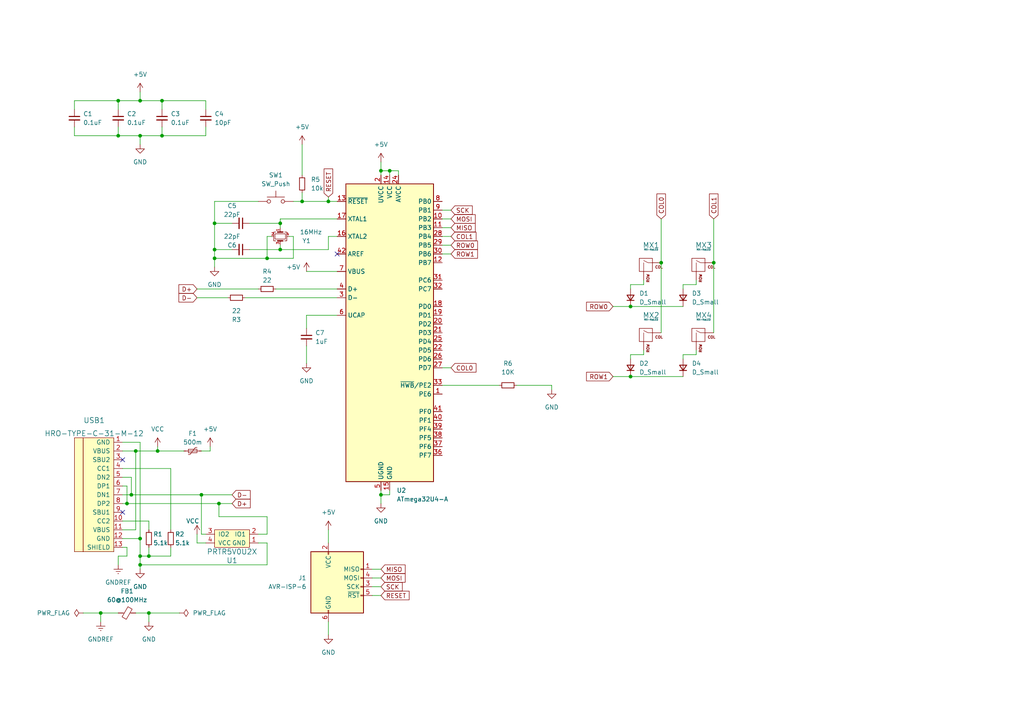
<source format=kicad_sch>
(kicad_sch (version 20211123) (generator eeschema)
  (paper "A4")
  (lib_symbols
    (symbol "Connector:AVR-ISP-6" (pin_names (offset 1.016))
      (property "Reference" "J" (at -6.35 11.43 0))
      (property "Value" "AVR-ISP-6" (at 0 11.43 0))
      (symbol "AVR-ISP-6_0_1"
        (rectangle (start -2.667 -6.858) (end -2.413 -7.62))
        (rectangle (start -2.667 10.16) (end -2.413 9.398))
        (rectangle (start 7.62 -2.413) (end 6.858 -2.667))
        (rectangle (start 7.62 0.127) (end 6.858 -0.127))
        (rectangle (start 7.62 2.667) (end 6.858 2.413))
        (rectangle (start 7.62 5.207) (end 6.858 4.953))
        (rectangle (start 7.62 10.16) (end -7.62 -7.62) (stroke (width 0.254)) (fill (type background)))
      )
      (symbol "AVR-ISP-6_1_1"
        (pin passive line (at 10.16 5.08 180) (length 2.54) (name "MISO") (number "1"))
        (pin passive line (at -2.54 12.7 270) (length 2.54) (name "VCC") (number "2"))
        (pin passive line (at 10.16 0 180) (length 2.54) (name "SCK") (number "3"))
        (pin passive line (at 10.16 2.54 180) (length 2.54) (name "MOSI") (number "4"))
        (pin passive line (at 10.16 -2.54 180) (length 2.54) (name "~{RST}") (number "5"))
        (pin passive line (at -2.54 -10.16 90) (length 2.54) (name "GND") (number "6"))
      )
    )
    (symbol "Device:C_Small" (pin_numbers hide) (pin_names (offset 0.254) hide)
      (property "Reference" "C" (at 0.254 1.778 0))
      (property "Value" "C_Small" (at 0.254 -2.032 0))
      (symbol "C_Small_0_1"
        (polyline (pts (xy -1.524 -0.508) (xy 1.524 -0.508)) (stroke (width 0.3302)))
        (polyline (pts (xy -1.524 0.508) (xy 1.524 0.508)) (stroke (width 0.3048)))
      )
      (symbol "C_Small_1_1"
        (pin passive line (at 0 2.54 270) (length 2.032) (name "~") (number "1"))
        (pin passive line (at 0 -2.54 90) (length 2.032) (name "~") (number "2"))
      )
    )
    (symbol "Device:Crystal_GND24_Small" (pin_names (offset 1.016) hide)
      (property "Reference" "Y" (at 1.27 4.445 0))
      (property "Value" "Crystal_GND24_Small" (at 1.27 2.54 0))
      (symbol "Crystal_GND24_Small_0_1"
        (rectangle (start -0.762 -1.524) (end 0.762 1.524))
        (polyline (pts (xy -1.27 -0.762) (xy -1.27 0.762)) (stroke (width 0.381)))
        (polyline (pts (xy 1.27 -0.762) (xy 1.27 0.762)) (stroke (width 0.381)))
        (polyline (pts (xy -1.27 -1.27) (xy -1.27 -1.905) (xy 1.27 -1.905) (xy 1.27 -1.27)))
        (polyline (pts (xy -1.27 1.27) (xy -1.27 1.905) (xy 1.27 1.905) (xy 1.27 1.27)))
      )
      (symbol "Crystal_GND24_Small_1_1"
        (pin passive line (at -2.54 0 0) (length 1.27) (name "1") (number "1"))
        (pin passive line (at 0 -2.54 90) (length 0.635) (name "2") (number "2"))
        (pin passive line (at 2.54 0 180) (length 1.27) (name "3") (number "3"))
        (pin passive line (at 0 2.54 270) (length 0.635) (name "4") (number "4"))
      )
    )
    (symbol "Device:D_Small" (pin_numbers hide) (pin_names (offset 0.254) hide)
      (property "Reference" "D" (at -1.27 2.032 0))
      (property "Value" "D_Small" (at -3.81 -2.032 0))
      (symbol "D_Small_0_1"
        (polyline (pts (xy -0.762 -1.016) (xy -0.762 1.016)) (stroke (width 0.254)))
        (polyline (pts (xy -0.762 0) (xy 0.762 0)))
        (polyline (pts (xy 0.762 -1.016) (xy -0.762 0) (xy 0.762 1.016) (xy 0.762 -1.016)) (stroke (width 0.254)))
      )
      (symbol "D_Small_1_1"
        (pin passive line (at -2.54 0 0) (length 1.778) (name "K") (number "1"))
        (pin passive line (at 2.54 0 180) (length 1.778) (name "A") (number "2"))
      )
    )
    (symbol "Device:FerriteBead_Small" (pin_numbers hide) (pin_names (offset 0))
      (property "Reference" "FB" (at 1.905 1.27 0))
      (property "Value" "FerriteBead_Small" (at 1.905 -1.27 0))
      (symbol "FerriteBead_Small_0_1"
        (polyline (pts (xy 0 -1.27) (xy 0 -0.7874)))
        (polyline (pts (xy 0 0.889) (xy 0 1.2954)))
        (polyline (pts (xy -1.8288 0.2794) (xy -1.1176 1.4986) (xy 1.8288 -0.2032) (xy 1.1176 -1.4224) (xy -1.8288 0.2794)))
      )
      (symbol "FerriteBead_Small_1_1"
        (pin passive line (at 0 2.54 270) (length 1.27) (name "~") (number "1"))
        (pin passive line (at 0 -2.54 90) (length 1.27) (name "~") (number "2"))
      )
    )
    (symbol "Device:Polyfuse_Small" (pin_numbers hide) (pin_names (offset 0))
      (property "Reference" "F" (at -1.905 0 90))
      (property "Value" "Polyfuse_Small" (at 1.905 0 90))
      (symbol "Polyfuse_Small_0_1"
        (rectangle (start -0.508 1.27) (end 0.508 -1.27))
        (polyline (pts (xy 0 2.54) (xy 0 -2.54)))
        (polyline (pts (xy -1.016 1.27) (xy -1.016 0.762) (xy 1.016 -0.762) (xy 1.016 -1.27)))
      )
      (symbol "Polyfuse_Small_1_1"
        (pin passive line (at 0 2.54 270) (length 0.635) (name "~") (number "1"))
        (pin passive line (at 0 -2.54 90) (length 0.635) (name "~") (number "2"))
      )
    )
    (symbol "Device:R_Small" (pin_numbers hide) (pin_names (offset 0.254) hide)
      (property "Reference" "R" (at 0.762 0.508 0))
      (property "Value" "R_Small" (at 0.762 -1.016 0))
      (symbol "R_Small_0_1"
        (rectangle (start -0.762 1.778) (end 0.762 -1.778) (stroke (width 0.2032)))
      )
      (symbol "R_Small_1_1"
        (pin passive line (at 0 2.54 270) (length 0.762) (name "~") (number "1"))
        (pin passive line (at 0 -2.54 90) (length 0.762) (name "~") (number "2"))
      )
    )
    (symbol "MCU_Microchip_ATmega:ATmega32U4-A"
      (property "Reference" "U" (at -12.7 44.45 0))
      (property "Value" "ATmega32U4-A" (at 2.54 -44.45 0))
      (symbol "ATmega32U4-A_0_1"
        (rectangle (start -12.7 -43.18) (end 12.7 43.18) (stroke (width 0.254)) (fill (type background)))
      )
      (symbol "ATmega32U4-A_1_1"
        (pin bidirectional line (at 15.24 -17.78 180) (length 2.54) (name "PE6") (number "1"))
        (pin bidirectional line (at 15.24 33.02 180) (length 2.54) (name "PB2") (number "10"))
        (pin bidirectional line (at 15.24 30.48 180) (length 2.54) (name "PB3") (number "11"))
        (pin bidirectional line (at 15.24 20.32 180) (length 2.54) (name "PB7") (number "12"))
        (pin input line (at -15.24 38.1 0) (length 2.54) (name "~{RESET}") (number "13"))
        (pin power_in line (at 0 45.72 270) (length 2.54) (name "VCC") (number "14"))
        (pin power_in line (at 0 -45.72 90) (length 2.54) (name "GND") (number "15"))
        (pin output line (at -15.24 27.94 0) (length 2.54) (name "XTAL2") (number "16"))
        (pin input line (at -15.24 33.02 0) (length 2.54) (name "XTAL1") (number "17"))
        (pin bidirectional line (at 15.24 7.62 180) (length 2.54) (name "PD0") (number "18"))
        (pin bidirectional line (at 15.24 5.08 180) (length 2.54) (name "PD1") (number "19"))
        (pin power_in line (at -2.54 45.72 270) (length 2.54) (name "UVCC") (number "2"))
        (pin bidirectional line (at 15.24 2.54 180) (length 2.54) (name "PD2") (number "20"))
        (pin bidirectional line (at 15.24 0 180) (length 2.54) (name "PD3") (number "21"))
        (pin bidirectional line (at 15.24 -5.08 180) (length 2.54) (name "PD5") (number "22"))
        (pin passive line (at 0 -45.72 90) (length 2.54) hide (name "GND") (number "23"))
        (pin power_in line (at 2.54 45.72 270) (length 2.54) (name "AVCC") (number "24"))
        (pin bidirectional line (at 15.24 -2.54 180) (length 2.54) (name "PD4") (number "25"))
        (pin bidirectional line (at 15.24 -7.62 180) (length 2.54) (name "PD6") (number "26"))
        (pin bidirectional line (at 15.24 -10.16 180) (length 2.54) (name "PD7") (number "27"))
        (pin bidirectional line (at 15.24 27.94 180) (length 2.54) (name "PB4") (number "28"))
        (pin bidirectional line (at 15.24 25.4 180) (length 2.54) (name "PB5") (number "29"))
        (pin bidirectional line (at -15.24 10.16 0) (length 2.54) (name "D-") (number "3"))
        (pin bidirectional line (at 15.24 22.86 180) (length 2.54) (name "PB6") (number "30"))
        (pin bidirectional line (at 15.24 15.24 180) (length 2.54) (name "PC6") (number "31"))
        (pin bidirectional line (at 15.24 12.7 180) (length 2.54) (name "PC7") (number "32"))
        (pin bidirectional line (at 15.24 -15.24 180) (length 2.54) (name "~{HWB}/PE2") (number "33"))
        (pin passive line (at 0 45.72 270) (length 2.54) hide (name "VCC") (number "34"))
        (pin passive line (at 0 -45.72 90) (length 2.54) hide (name "GND") (number "35"))
        (pin bidirectional line (at 15.24 -35.56 180) (length 2.54) (name "PF7") (number "36"))
        (pin bidirectional line (at 15.24 -33.02 180) (length 2.54) (name "PF6") (number "37"))
        (pin bidirectional line (at 15.24 -30.48 180) (length 2.54) (name "PF5") (number "38"))
        (pin bidirectional line (at 15.24 -27.94 180) (length 2.54) (name "PF4") (number "39"))
        (pin bidirectional line (at -15.24 12.7 0) (length 2.54) (name "D+") (number "4"))
        (pin bidirectional line (at 15.24 -25.4 180) (length 2.54) (name "PF1") (number "40"))
        (pin bidirectional line (at 15.24 -22.86 180) (length 2.54) (name "PF0") (number "41"))
        (pin passive line (at -15.24 22.86 0) (length 2.54) (name "AREF") (number "42"))
        (pin passive line (at 0 -45.72 90) (length 2.54) hide (name "GND") (number "43"))
        (pin passive line (at 2.54 45.72 270) (length 2.54) hide (name "AVCC") (number "44"))
        (pin passive line (at -2.54 -45.72 90) (length 2.54) (name "UGND") (number "5"))
        (pin passive line (at -15.24 5.08 0) (length 2.54) (name "UCAP") (number "6"))
        (pin input line (at -15.24 17.78 0) (length 2.54) (name "VBUS") (number "7"))
        (pin bidirectional line (at 15.24 38.1 180) (length 2.54) (name "PB0") (number "8"))
        (pin bidirectional line (at 15.24 35.56 180) (length 2.54) (name "PB1") (number "9"))
      )
    )
    (symbol "MX_Alps_Hybrid:MX-NoLED" (pin_names (offset 1.016))
      (property "Reference" "MX" (at -0.635 3.81 0))
      (property "Value" "MX-NoLED" (at -0.635 1.27 0))
      (symbol "MX-NoLED_0_0"
        (rectangle (start -2.54 2.54) (end 1.27 -1.27))
        (polyline (pts (xy -1.27 -1.27) (xy -1.27 1.27)) (stroke (width 0.127)))
        (polyline (pts (xy 1.27 1.27) (xy 0 1.27) (xy -1.27 1.905)) (stroke (width 0.127)))
        (text "COL" (at 3.175 0 0) (effects (font (size 0.762 0.762))))
        (text "ROW" (at 0 -1.905 900) (effects (font (size 0.762 0.762)) (justify right)))
      )
      (symbol "MX-NoLED_1_1"
        (pin passive line (at 3.81 1.27 180) (length 2.54) (name "COL") (number "1"))
        (pin passive line (at -1.27 -3.81 90) (length 2.54) (name "ROW") (number "2"))
      )
    )
    (symbol "Switch:SW_Push" (pin_numbers hide) (pin_names (offset 1.016) hide)
      (property "Reference" "SW" (at 1.27 2.54 0))
      (property "Value" "SW_Push" (at 0 -1.524 0))
      (symbol "SW_Push_0_1"
        (circle (center -2.032 0) (radius 0.508))
        (polyline (pts (xy 0 1.27) (xy 0 3.048)))
        (polyline (pts (xy 2.54 1.27) (xy -2.54 1.27)))
        (circle (center 2.032 0) (radius 0.508))
        (pin passive line (at -5.08 0 0) (length 2.54) (name "1") (number "1"))
        (pin passive line (at 5.08 0 180) (length 2.54) (name "2") (number "2"))
      )
    )
    (symbol "Type-C:HRO-TYPE-C-31-M-12" (pin_names (offset 1.016))
      (property "Reference" "USB" (at -5.08 16.51 0))
      (property "Value" "HRO-TYPE-C-31-M-12" (at -10.16 -1.27 90))
      (symbol "HRO-TYPE-C-31-M-12_0_1"
        (rectangle (start -11.43 15.24) (end -8.89 -17.78) (fill (type background)))
        (rectangle (start 0 -17.78) (end -8.89 15.24) (fill (type background)))
      )
      (symbol "HRO-TYPE-C-31-M-12_1_1"
        (pin input line (at 2.54 13.97 180) (length 2.54) (name "GND") (number "1"))
        (pin input line (at 2.54 -8.89 180) (length 2.54) (name "CC2") (number "10"))
        (pin input line (at 2.54 -11.43 180) (length 2.54) (name "VBUS") (number "11"))
        (pin input line (at 2.54 -13.97 180) (length 2.54) (name "GND") (number "12"))
        (pin input line (at 2.54 -16.51 180) (length 2.54) (name "SHIELD") (number "13"))
        (pin input line (at 2.54 11.43 180) (length 2.54) (name "VBUS") (number "2"))
        (pin input line (at 2.54 8.89 180) (length 2.54) (name "SBU2") (number "3"))
        (pin input line (at 2.54 6.35 180) (length 2.54) (name "CC1") (number "4"))
        (pin input line (at 2.54 3.81 180) (length 2.54) (name "DN2") (number "5"))
        (pin input line (at 2.54 1.27 180) (length 2.54) (name "DP1") (number "6"))
        (pin input line (at 2.54 -1.27 180) (length 2.54) (name "DN1") (number "7"))
        (pin input line (at 2.54 -3.81 180) (length 2.54) (name "DP2") (number "8"))
        (pin input line (at 2.54 -6.35 180) (length 2.54) (name "SBU1") (number "9"))
      )
    )
    (symbol "power:+5V" (power) (pin_names (offset 0))
      (property "Value" "+5V" (at 0 3.556 0))
      (symbol "+5V_0_1"
        (polyline (pts (xy -0.762 1.27) (xy 0 2.54)))
        (polyline (pts (xy 0 0) (xy 0 2.54)))
        (polyline (pts (xy 0 2.54) (xy 0.762 1.27)))
      )
      (symbol "+5V_1_1"
        (pin power_in line (at 0 0 90) (length 0) hide (name "+5V") (number "1"))
      )
    )
    (symbol "power:GND" (power) (pin_names (offset 0))
      (property "Value" "GND" (at 0 -3.81 0))
      (symbol "GND_0_1"
        (polyline (pts (xy 0 0) (xy 0 -1.27) (xy 1.27 -1.27) (xy 0 -2.54) (xy -1.27 -1.27) (xy 0 -1.27)))
      )
      (symbol "GND_1_1"
        (pin power_in line (at 0 0 270) (length 0) hide (name "GND") (number "1"))
      )
    )
    (symbol "power:GNDREF" (power) (pin_names (offset 0))
      (property "Value" "GNDREF" (at 0 -3.81 0))
      (symbol "GNDREF_0_1"
        (polyline (pts (xy -0.635 -1.905) (xy 0.635 -1.905)))
        (polyline (pts (xy -0.127 -2.54) (xy 0.127 -2.54)))
        (polyline (pts (xy 0 -1.27) (xy 0 0)))
        (polyline (pts (xy 1.27 -1.27) (xy -1.27 -1.27)))
      )
      (symbol "GNDREF_1_1"
        (pin power_in line (at 0 0 270) (length 0) hide (name "GNDREF") (number "1"))
      )
    )
    (symbol "power:PWR_FLAG" (power) (pin_numbers hide) (pin_names (offset 0) hide)
      (property "Value" "PWR_FLAG" (at 0 3.81 0))
      (symbol "PWR_FLAG_0_0"
        (pin power_out line (at 0 0 90) (length 0) (name "pwr") (number "1"))
      )
      (symbol "PWR_FLAG_0_1"
        (polyline (pts (xy 0 0) (xy 0 1.27) (xy -1.016 1.905) (xy 0 2.54) (xy 1.016 1.905) (xy 0 1.27)))
      )
    )
    (symbol "power:VCC" (power) (pin_names (offset 0))
      (property "Value" "VCC" (at 0 3.81 0))
      (symbol "VCC_0_1"
        (polyline (pts (xy -0.762 1.27) (xy 0 2.54)))
        (polyline (pts (xy 0 0) (xy 0 2.54)))
        (polyline (pts (xy 0 2.54) (xy 0.762 1.27)))
      )
      (symbol "VCC_1_1"
        (pin power_in line (at 0 0 90) (length 0) hide (name "VCC") (number "1"))
      )
    )
    (symbol "random-keyboard-parts:PRTR5V0U2X" (pin_names (offset 1.016))
      (property "Reference" "U" (at 0 3.81 0))
      (property "Value" "PRTR5V0U2X" (at 0 -3.81 0))
      (symbol "PRTR5V0U2X_0_1"
        (rectangle (start -5.08 2.54) (end 5.08 -2.54) (fill (type background)))
      )
      (symbol "PRTR5V0U2X_1_1"
        (pin input line (at -7.62 1.27 0) (length 2.54) (name "GND") (number "1"))
        (pin input line (at -7.62 -1.27 0) (length 2.54) (name "IO1") (number "2"))
        (pin input line (at 7.62 -1.27 180) (length 2.54) (name "IO2") (number "3"))
        (pin input line (at 7.62 1.27 180) (length 2.54) (name "VCC") (number "4"))
      )
    )
  )
  (junction (at 46.99 29.21))
  (junction (at 34.29 29.21))
  (junction (at 58.42 143.51))
  (junction (at 182.88 88.9))
  (junction (at 110.49 143.51))
  (junction (at 113.03 49.53))
  (junction (at 43.18 161.29))
  (junction (at 43.18 177.8))
  (junction (at 63.5 146.05))
  (junction (at 81.28 64.77))
  (junction (at 182.88 109.22))
  (junction (at 87.63 58.42))
  (junction (at 40.64 29.21))
  (junction (at 40.64 161.29))
  (junction (at 62.23 74.93))
  (junction (at 62.23 64.77))
  (junction (at 40.64 156.21))
  (junction (at 45.72 130.81))
  (junction (at 62.23 72.39))
  (junction (at 40.64 39.37))
  (junction (at 81.28 72.39))
  (junction (at 34.29 39.37))
  (junction (at 46.99 39.37))
  (junction (at 36.83 146.05))
  (junction (at 38.1 143.51))
  (junction (at 77.47 74.93))
  (junction (at 110.49 49.53))
  (junction (at 40.64 163.83))
  (junction (at 95.25 58.42))
  (junction (at 29.21 177.8))
  (junction (at 207.01 76.2))
  (junction (at 39.37 130.81))
  (junction (at 191.77 76.2))
  (no_connect (at 97.79 73.66))
  (no_connect (at 35.56 148.59))
  (no_connect (at 35.56 133.35))
  (wire (pts (xy 40.64 39.37) (xy 40.64 41.91)))
  (wire (pts (xy 36.83 161.29) (xy 34.29 161.29)))
  (wire (pts (xy 39.37 153.67) (xy 39.37 130.81)))
  (wire (pts (xy 113.03 49.53) (xy 113.03 50.8)))
  (wire (pts (xy 77.47 154.94) (xy 77.47 149.86)))
  (wire (pts (xy 39.37 130.81) (xy 45.72 130.81)))
  (wire (pts (xy 182.88 83.82) (xy 182.88 82.55)))
  (wire (pts (xy 87.63 55.88) (xy 87.63 58.42)))
  (wire (pts (xy 198.12 82.55) (xy 201.93 82.55)))
  (wire (pts (xy 198.12 104.14) (xy 198.12 102.87)))
  (wire (pts (xy 43.18 151.13) (xy 43.18 153.67)))
  (wire (pts (xy 58.42 143.51) (xy 67.31 143.51)))
  (wire (pts (xy 128.27 68.58) (xy 130.81 68.58)))
  (wire (pts (xy 62.23 77.47) (xy 62.23 74.93)))
  (wire (pts (xy 49.53 135.89) (xy 49.53 153.67)))
  (wire (pts (xy 38.1 138.43) (xy 35.56 138.43)))
  (wire (pts (xy 74.93 154.94) (xy 77.47 154.94)))
  (wire (pts (xy 182.88 102.87) (xy 186.69 102.87)))
  (wire (pts (xy 35.56 156.21) (xy 40.64 156.21)))
  (wire (pts (xy 21.59 39.37) (xy 34.29 39.37)))
  (wire (pts (xy 128.27 71.12) (xy 130.81 71.12)))
  (wire (pts (xy 57.15 154.94) (xy 57.15 157.48)))
  (wire (pts (xy 58.42 130.81) (xy 60.96 130.81)))
  (wire (pts (xy 201.93 82.55) (xy 201.93 81.28)))
  (wire (pts (xy 198.12 83.82) (xy 198.12 82.55)))
  (wire (pts (xy 198.12 102.87) (xy 201.93 102.87)))
  (wire (pts (xy 115.57 49.53) (xy 115.57 50.8)))
  (wire (pts (xy 45.72 129.54) (xy 45.72 130.81)))
  (wire (pts (xy 160.02 111.76) (xy 160.02 113.03)))
  (wire (pts (xy 87.63 41.91) (xy 87.63 50.8)))
  (wire (pts (xy 29.21 177.8) (xy 29.21 180.34)))
  (wire (pts (xy 110.49 49.53) (xy 113.03 49.53)))
  (wire (pts (xy 43.18 161.29) (xy 40.64 161.29)))
  (wire (pts (xy 77.47 157.48) (xy 77.47 163.83)))
  (wire (pts (xy 77.47 163.83) (xy 40.64 163.83)))
  (wire (pts (xy 58.42 154.94) (xy 58.42 143.51)))
  (wire (pts (xy 113.03 49.53) (xy 115.57 49.53)))
  (wire (pts (xy 38.1 143.51) (xy 58.42 143.51)))
  (wire (pts (xy 72.39 64.77) (xy 81.28 64.77)))
  (wire (pts (xy 85.09 68.58) (xy 85.09 74.93)))
  (wire (pts (xy 107.95 172.72) (xy 110.49 172.72)))
  (wire (pts (xy 110.49 142.24) (xy 110.49 143.51)))
  (wire (pts (xy 46.99 29.21) (xy 59.69 29.21)))
  (wire (pts (xy 97.79 68.58) (xy 95.25 68.58)))
  (wire (pts (xy 38.1 143.51) (xy 38.1 138.43)))
  (wire (pts (xy 88.9 100.33) (xy 88.9 105.41)))
  (wire (pts (xy 107.95 165.1) (xy 110.49 165.1)))
  (wire (pts (xy 80.01 83.82) (xy 97.79 83.82)))
  (wire (pts (xy 83.82 68.58) (xy 85.09 68.58)))
  (wire (pts (xy 67.31 64.77) (xy 62.23 64.77)))
  (wire (pts (xy 74.93 58.42) (xy 62.23 58.42)))
  (wire (pts (xy 113.03 143.51) (xy 110.49 143.51)))
  (wire (pts (xy 36.83 146.05) (xy 63.5 146.05)))
  (wire (pts (xy 62.23 74.93) (xy 62.23 72.39)))
  (wire (pts (xy 49.53 158.75) (xy 49.53 161.29)))
  (wire (pts (xy 97.79 63.5) (xy 81.28 63.5)))
  (wire (pts (xy 77.47 74.93) (xy 85.09 74.93)))
  (wire (pts (xy 128.27 66.04) (xy 130.81 66.04)))
  (wire (pts (xy 40.64 29.21) (xy 46.99 29.21)))
  (wire (pts (xy 177.8 109.22) (xy 182.88 109.22)))
  (wire (pts (xy 46.99 29.21) (xy 46.99 31.75)))
  (wire (pts (xy 35.56 153.67) (xy 39.37 153.67)))
  (wire (pts (xy 62.23 64.77) (xy 62.23 72.39)))
  (wire (pts (xy 40.64 128.27) (xy 40.64 156.21)))
  (wire (pts (xy 182.88 104.14) (xy 182.88 102.87)))
  (wire (pts (xy 40.64 163.83) (xy 40.64 165.1)))
  (wire (pts (xy 35.56 128.27) (xy 40.64 128.27)))
  (wire (pts (xy 46.99 39.37) (xy 59.69 39.37)))
  (wire (pts (xy 186.69 82.55) (xy 186.69 81.28)))
  (wire (pts (xy 110.49 143.51) (xy 110.49 146.05)))
  (wire (pts (xy 128.27 111.76) (xy 144.78 111.76)))
  (wire (pts (xy 59.69 29.21) (xy 59.69 31.75)))
  (wire (pts (xy 95.25 72.39) (xy 81.28 72.39)))
  (wire (pts (xy 21.59 29.21) (xy 21.59 31.75)))
  (wire (pts (xy 95.25 57.15) (xy 95.25 58.42)))
  (wire (pts (xy 40.64 39.37) (xy 46.99 39.37)))
  (wire (pts (xy 36.83 146.05) (xy 36.83 140.97)))
  (wire (pts (xy 24.13 177.8) (xy 29.21 177.8)))
  (wire (pts (xy 77.47 149.86) (xy 63.5 149.86)))
  (wire (pts (xy 35.56 143.51) (xy 38.1 143.51)))
  (wire (pts (xy 191.77 76.2) (xy 191.77 96.52)))
  (wire (pts (xy 36.83 140.97) (xy 35.56 140.97)))
  (wire (pts (xy 207.01 63.5) (xy 207.01 76.2)))
  (wire (pts (xy 45.72 130.81) (xy 53.34 130.81)))
  (wire (pts (xy 49.53 161.29) (xy 43.18 161.29)))
  (wire (pts (xy 63.5 149.86) (xy 63.5 146.05)))
  (wire (pts (xy 40.64 29.21) (xy 34.29 29.21)))
  (wire (pts (xy 95.25 180.34) (xy 95.25 184.15)))
  (wire (pts (xy 95.25 58.42) (xy 97.79 58.42)))
  (wire (pts (xy 40.64 26.67) (xy 40.64 29.21)))
  (wire (pts (xy 57.15 83.82) (xy 74.93 83.82)))
  (wire (pts (xy 35.56 130.81) (xy 39.37 130.81)))
  (wire (pts (xy 46.99 36.83) (xy 46.99 39.37)))
  (wire (pts (xy 34.29 161.29) (xy 34.29 163.83)))
  (wire (pts (xy 95.25 153.67) (xy 95.25 157.48)))
  (wire (pts (xy 191.77 63.5) (xy 191.77 76.2)))
  (wire (pts (xy 128.27 73.66) (xy 130.81 73.66)))
  (wire (pts (xy 35.56 151.13) (xy 43.18 151.13)))
  (wire (pts (xy 177.8 88.9) (xy 182.88 88.9)))
  (wire (pts (xy 182.88 88.9) (xy 198.12 88.9)))
  (wire (pts (xy 128.27 60.96) (xy 130.81 60.96)))
  (wire (pts (xy 43.18 177.8) (xy 52.07 177.8)))
  (wire (pts (xy 59.69 154.94) (xy 58.42 154.94)))
  (wire (pts (xy 107.95 167.64) (xy 110.49 167.64)))
  (wire (pts (xy 110.49 46.99) (xy 110.49 49.53)))
  (wire (pts (xy 128.27 63.5) (xy 130.81 63.5)))
  (wire (pts (xy 62.23 72.39) (xy 67.31 72.39)))
  (wire (pts (xy 77.47 68.58) (xy 77.47 74.93)))
  (wire (pts (xy 35.56 146.05) (xy 36.83 146.05)))
  (wire (pts (xy 62.23 58.42) (xy 62.23 64.77)))
  (wire (pts (xy 57.15 157.48) (xy 59.69 157.48)))
  (wire (pts (xy 207.01 76.2) (xy 207.01 96.52)))
  (wire (pts (xy 34.29 36.83) (xy 34.29 39.37)))
  (wire (pts (xy 85.09 58.42) (xy 87.63 58.42)))
  (wire (pts (xy 186.69 102.87) (xy 186.69 101.6)))
  (wire (pts (xy 95.25 68.58) (xy 95.25 72.39)))
  (wire (pts (xy 29.21 177.8) (xy 34.29 177.8)))
  (wire (pts (xy 43.18 177.8) (xy 43.18 180.34)))
  (wire (pts (xy 128.27 106.68) (xy 130.81 106.68)))
  (wire (pts (xy 34.29 29.21) (xy 34.29 31.75)))
  (wire (pts (xy 36.83 158.75) (xy 36.83 161.29)))
  (wire (pts (xy 34.29 39.37) (xy 40.64 39.37)))
  (wire (pts (xy 149.86 111.76) (xy 160.02 111.76)))
  (wire (pts (xy 88.9 91.44) (xy 97.79 91.44)))
  (wire (pts (xy 113.03 142.24) (xy 113.03 143.51)))
  (wire (pts (xy 59.69 39.37) (xy 59.69 36.83)))
  (wire (pts (xy 74.93 157.48) (xy 77.47 157.48)))
  (wire (pts (xy 35.56 135.89) (xy 49.53 135.89)))
  (wire (pts (xy 72.39 72.39) (xy 81.28 72.39)))
  (wire (pts (xy 182.88 82.55) (xy 186.69 82.55)))
  (wire (pts (xy 81.28 64.77) (xy 81.28 66.04)))
  (wire (pts (xy 81.28 63.5) (xy 81.28 64.77)))
  (wire (pts (xy 40.64 156.21) (xy 40.64 161.29)))
  (wire (pts (xy 88.9 95.25) (xy 88.9 91.44)))
  (wire (pts (xy 60.96 130.81) (xy 60.96 129.54)))
  (wire (pts (xy 87.63 58.42) (xy 95.25 58.42)))
  (wire (pts (xy 57.15 86.36) (xy 66.04 86.36)))
  (wire (pts (xy 107.95 170.18) (xy 110.49 170.18)))
  (wire (pts (xy 110.49 49.53) (xy 110.49 50.8)))
  (wire (pts (xy 43.18 158.75) (xy 43.18 161.29)))
  (wire (pts (xy 36.83 158.75) (xy 35.56 158.75)))
  (wire (pts (xy 39.37 177.8) (xy 43.18 177.8)))
  (wire (pts (xy 34.29 29.21) (xy 21.59 29.21)))
  (wire (pts (xy 182.88 109.22) (xy 198.12 109.22)))
  (wire (pts (xy 81.28 72.39) (xy 81.28 71.12)))
  (wire (pts (xy 78.74 68.58) (xy 77.47 68.58)))
  (wire (pts (xy 21.59 36.83) (xy 21.59 39.37)))
  (wire (pts (xy 40.64 161.29) (xy 40.64 163.83)))
  (wire (pts (xy 201.93 102.87) (xy 201.93 101.6)))
  (wire (pts (xy 71.12 86.36) (xy 97.79 86.36)))
  (wire (pts (xy 62.23 74.93) (xy 77.47 74.93)))
  (wire (pts (xy 63.5 146.05) (xy 67.31 146.05)))
  (wire (pts (xy 88.9 78.74) (xy 97.79 78.74)))
  (global_label "D+" (shape input) (at 57.15 83.82 180) (property "Intersheet References" "${INTERSHEET_REFS}" (effects hide)))
  (global_label "D-" (shape input) (at 67.31 143.51 0) (property "Intersheet References" "${INTERSHEET_REFS}" (effects hide)))
  (global_label "COL0" (shape input) (at 130.81 106.68 0) (property "Intersheet References" "${INTERSHEET_REFS}" (effects hide)))
  (global_label "MISO" (shape input) (at 130.81 66.04 0) (property "Intersheet References" "${INTERSHEET_REFS}" (effects hide)))
  (global_label "ROW0" (shape input) (at 177.8 88.9 180) (property "Intersheet References" "${INTERSHEET_REFS}" (effects hide)))
  (global_label "COL1" (shape input) (at 207.01 63.5 90) (property "Intersheet References" "${INTERSHEET_REFS}" (effects hide)))
  (global_label "COL0" (shape input) (at 191.77 63.5 90) (property "Intersheet References" "${INTERSHEET_REFS}" (effects hide)))
  (global_label "RESET" (shape input) (at 95.25 57.15 90) (property "Intersheet References" "${INTERSHEET_REFS}" (effects hide)))
  (global_label "RESET" (shape input) (at 110.49 172.72 0) (property "Intersheet References" "${INTERSHEET_REFS}" (effects hide)))
  (global_label "D-" (shape input) (at 57.15 86.36 180) (property "Intersheet References" "${INTERSHEET_REFS}" (effects hide)))
  (global_label "MISO" (shape input) (at 110.49 165.1 0) (property "Intersheet References" "${INTERSHEET_REFS}" (effects hide)))
  (global_label "SCK" (shape input) (at 130.81 60.96 0) (property "Intersheet References" "${INTERSHEET_REFS}" (effects hide)))
  (global_label "ROW1" (shape input) (at 130.81 73.66 0) (property "Intersheet References" "${INTERSHEET_REFS}" (effects hide)))
  (global_label "MOSI" (shape input) (at 110.49 167.64 0) (property "Intersheet References" "${INTERSHEET_REFS}" (effects hide)))
  (global_label "MOSI" (shape input) (at 130.81 63.5 0) (property "Intersheet References" "${INTERSHEET_REFS}" (effects hide)))
  (global_label "ROW0" (shape input) (at 130.81 71.12 0) (property "Intersheet References" "${INTERSHEET_REFS}" (effects hide)))
  (global_label "ROW1" (shape input) (at 177.8 109.22 180) (property "Intersheet References" "${INTERSHEET_REFS}" (effects hide)))
  (global_label "COL1" (shape input) (at 130.81 68.58 0) (property "Intersheet References" "${INTERSHEET_REFS}" (effects hide)))
  (global_label "D+" (shape input) (at 67.31 146.05 0) (property "Intersheet References" "${INTERSHEET_REFS}" (effects hide)))
  (global_label "SCK" (shape input) (at 110.49 170.18 0) (property "Intersheet References" "${INTERSHEET_REFS}" (effects hide)))
  (symbol (lib_id "Device:C_Small") (at 59.69 34.29 0) (unit 1)
    (property "Reference" "C4" (at 62.23 33.0262 0) (effects (justify left)))
    (property "Value" "10pF" (at 62.23 35.5662 0) (effects (justify left)))
    (property "Footprint" "Capacitor_SMD:C_0805_2012Metric_Pad1.18x1.45mm_HandSolder" (effects hide))
  )
  (symbol (lib_id "Switch:SW_Push") (at 80.01 58.42 0) (unit 1)
    (property "Reference" "SW1" (at 80.01 50.8 0))
    (property "Value" "SW_Push" (at 80.01 53.34 0))
    (property "Footprint" "random-keyboard-parts:SKQG-1155865" (effects hide))
  )
  (symbol (lib_id "Device:D_Small") (at 182.88 106.68 90) (unit 1)
    (property "Reference" "D2" (at 185.42 105.4099 90) (effects (justify right)))
    (property "Value" "D_Small" (at 185.42 107.9499 90) (effects (justify right)))
    (property "Footprint" "Diode_SMD:D_SOD-123" (effects hide))
  )
  (symbol (lib_id "Device:C_Small") (at 69.85 72.39 270) (unit 1)
    (property "Reference" "C6" (at 67.31 71.12 90))
    (property "Value" "22pF" (at 67.31 68.58 90))
    (property "Footprint" "Capacitor_SMD:C_0805_2012Metric_Pad1.18x1.45mm_HandSolder" (effects hide))
  )
  (symbol (lib_id "power:GND") (at 88.9 105.41 0) (unit 1)
    (property "Reference" "#PWR0103" (effects hide))
    (property "Value" "GND" (at 88.9 110.49 0))
  )
  (symbol (lib_id "power:+5V") (at 60.96 129.54 0) (unit 1)
    (property "Reference" "#PWR0106" (effects hide))
    (property "Value" "+5V" (at 60.96 124.46 0))
  )
  (symbol (lib_id "Device:Crystal_GND24_Small") (at 81.28 68.58 270) (unit 1)
    (property "Reference" "Y1" (at 88.9 69.85 90))
    (property "Value" "16MHz" (at 90.17 67.31 90))
    (property "Footprint" "Crystal:Crystal_SMD_3225-4Pin_3.2x2.5mm_HandSoldering" (effects hide))
  )
  (symbol (lib_id "MX_Alps_Hybrid:MX-NoLED") (at 187.96 97.79 0) (unit 1)
    (property "Reference" "MX2" (at 188.8456 91.44 0) (effects (font (size 1.524 1.524))))
    (property "Value" "MX-NoLED" (at 188.8456 92.71 0) (effects (font (size 0.508 0.508))))
    (property "Footprint" "MX_Alps_Hybrid:MX-1U-NoLED" (effects hide))
  )
  (symbol (lib_id "Device:FerriteBead_Small") (at 36.83 177.8 270) (unit 1)
    (property "Reference" "FB1" (at 36.8681 171.45 90))
    (property "Value" "60@100MHz" (at 36.8681 173.99 90))
    (property "Footprint" "Inductor_SMD:L_0805_2012Metric_Pad1.15x1.40mm_HandSolder" (effects hide))
  )
  (symbol (lib_id "Device:D_Small") (at 198.12 106.68 90) (unit 1)
    (property "Reference" "D4" (at 200.66 105.4099 90) (effects (justify right)))
    (property "Value" "D_Small" (at 200.66 107.9499 90) (effects (justify right)))
    (property "Footprint" "Diode_SMD:D_SOD-123" (effects hide))
  )
  (symbol (lib_id "Type-C:HRO-TYPE-C-31-M-12") (at 33.02 142.24 0) (unit 1)
    (property "Reference" "USB1" (at 27.305 121.92 0) (effects (font (size 1.524 1.524))))
    (property "Value" "HRO-TYPE-C-31-M-12" (at 27.305 125.73 0) (effects (font (size 1.524 1.524))))
    (property "Footprint" "Type-C:HRO-TYPE-C-31-M-12-HandSoldering" (effects hide))
  )
  (symbol (lib_id "Connector:AVR-ISP-6") (at 97.79 170.18 0) (unit 1)
    (property "Reference" "J1" (at 88.9 167.6399 0) (effects (justify right)))
    (property "Value" "AVR-ISP-6" (at 88.9 170.1799 0) (effects (justify right)))
    (property "Footprint" "random-keyboard-parts:Reset_Pretty-Mask" (effects hide))
    (property "Datasheet" " ~" (effects hide))
  )
  (symbol (lib_id "power:GND") (at 62.23 77.47 0) (unit 1)
    (property "Reference" "#PWR0105" (effects hide))
    (property "Value" "GND" (at 62.23 82.55 0))
  )
  (symbol (lib_id "power:+5V") (at 87.63 41.91 0) (unit 1)
    (property "Reference" "#PWR0113" (effects hide))
    (property "Value" "+5V" (at 87.63 36.83 0))
  )
  (symbol (lib_id "power:VCC") (at 57.15 154.94 0) (unit 1)
    (property "Reference" "#PWR0107" (effects hide))
    (property "Value" "VCC" (at 55.88 151.13 0))
  )
  (symbol (lib_id "Device:D_Small") (at 182.88 86.36 90) (unit 1)
    (property "Reference" "D1" (at 185.42 85.0899 90) (effects (justify right)))
    (property "Value" "D_Small" (at 185.42 87.6299 90) (effects (justify right)))
    (property "Footprint" "Diode_SMD:D_SOD-123" (effects hide))
  )
  (symbol (lib_id "MX_Alps_Hybrid:MX-NoLED") (at 203.2 77.47 0) (unit 1)
    (property "Reference" "MX3" (at 204.0856 71.12 0) (effects (font (size 1.524 1.524))))
    (property "Value" "MX-NoLED" (at 204.0856 72.39 0) (effects (font (size 0.508 0.508))))
    (property "Footprint" "MX_Alps_Hybrid:MX-1U-NoLED" (effects hide))
  )
  (symbol (lib_id "power:+5V") (at 95.25 153.67 0) (unit 1)
    (property "Reference" "#PWR0114" (effects hide))
    (property "Value" "+5V" (at 95.25 148.59 0))
  )
  (symbol (lib_id "Device:C_Small") (at 21.59 34.29 0) (unit 1)
    (property "Reference" "C1" (at 24.13 33.0262 0) (effects (justify left)))
    (property "Value" "0.1uF" (at 24.13 35.5662 0) (effects (justify left)))
    (property "Footprint" "Capacitor_SMD:C_0805_2012Metric_Pad1.18x1.45mm_HandSolder" (effects hide))
  )
  (symbol (lib_id "power:GND") (at 160.02 113.03 0) (unit 1)
    (property "Reference" "#PWR0101" (effects hide))
    (property "Value" "GND" (at 160.02 118.11 0))
  )
  (symbol (lib_id "power:GND") (at 40.64 41.91 0) (unit 1)
    (property "Reference" "#PWR0109" (effects hide))
    (property "Value" "GND" (at 40.64 46.99 0))
  )
  (symbol (lib_id "Device:C_Small") (at 88.9 97.79 0) (unit 1)
    (property "Reference" "C7" (at 91.44 96.5262 0) (effects (justify left)))
    (property "Value" "1uF" (at 91.44 99.0662 0) (effects (justify left)))
    (property "Footprint" "Capacitor_SMD:C_0805_2012Metric_Pad1.18x1.45mm_HandSolder" (effects hide))
  )
  (symbol (lib_id "power:GND") (at 43.18 180.34 0) (unit 1)
    (property "Reference" "#PWR0118" (effects hide))
    (property "Value" "GND" (at 43.18 185.42 0))
  )
  (symbol (lib_id "MCU_Microchip_ATmega:ATmega32U4-A") (at 113.03 96.52 0) (unit 1)
    (property "Reference" "U2" (at 115.0494 142.24 0) (effects (justify left)))
    (property "Value" "ATmega32U4-A" (at 115.0494 144.78 0) (effects (justify left)))
    (property "Footprint" "Package_QFP:TQFP-44_10x10mm_P0.8mm" (effects hide))
    (property "Datasheet" "http://ww1.microchip.com/downloads/en/DeviceDoc/Atmel-7766-8-bit-AVR-ATmega16U4-32U4_Datasheet.pdf" (effects hide))
  )
  (symbol (lib_id "power:GNDREF") (at 34.29 163.83 0) (unit 1)
    (property "Reference" "#PWR0116" (effects hide))
    (property "Value" "GNDREF" (at 34.29 168.91 0))
  )
  (symbol (lib_id "Device:C_Small") (at 69.85 64.77 270) (unit 1)
    (property "Reference" "C5" (at 67.31 59.69 90))
    (property "Value" "22pF" (at 67.31 62.23 90))
    (property "Footprint" "Capacitor_SMD:C_0805_2012Metric_Pad1.18x1.45mm_HandSolder" (effects hide))
  )
  (symbol (lib_id "power:GNDREF") (at 29.21 180.34 0) (unit 1)
    (property "Reference" "#PWR0117" (effects hide))
    (property "Value" "GNDREF" (at 29.21 185.42 0))
  )
  (symbol (lib_id "random-keyboard-parts:PRTR5V0U2X") (at 67.31 156.21 180) (unit 1)
    (property "Reference" "U1" (at 67.31 162.56 0) (effects (font (size 1.524 1.524))))
    (property "Value" "PRTR5V0U2X" (at 67.31 160.02 0) (effects (font (size 1.524 1.524))))
    (property "Footprint" "random-keyboard-parts:SOT143B" (effects hide))
  )
  (symbol (lib_id "power:+5V") (at 40.64 26.67 0) (unit 1)
    (property "Reference" "#PWR0108" (effects hide))
    (property "Value" "+5V" (at 40.64 21.59 0))
  )
  (symbol (lib_id "power:GND") (at 40.64 165.1 0) (unit 1)
    (property "Reference" "#PWR0110" (effects hide))
    (property "Value" "GND" (at 40.64 170.18 0))
  )
  (symbol (lib_id "power:VCC") (at 45.72 129.54 0) (unit 1)
    (property "Reference" "#PWR0111" (effects hide))
    (property "Value" "VCC" (at 45.72 124.46 0))
  )
  (symbol (lib_id "Device:C_Small") (at 34.29 34.29 0) (unit 1)
    (property "Reference" "C2" (at 36.83 33.0262 0) (effects (justify left)))
    (property "Value" "0.1uF" (at 36.83 35.5662 0) (effects (justify left)))
    (property "Footprint" "Capacitor_SMD:C_0805_2012Metric_Pad1.18x1.45mm_HandSolder" (effects hide))
  )
  (symbol (lib_id "MX_Alps_Hybrid:MX-NoLED") (at 187.96 77.47 0) (unit 1)
    (property "Reference" "MX1" (at 188.8456 71.12 0) (effects (font (size 1.524 1.524))))
    (property "Value" "MX-NoLED" (at 188.8456 72.39 0) (effects (font (size 0.508 0.508))))
    (property "Footprint" "MX_Alps_Hybrid:MX-1U-NoLED" (effects hide))
  )
  (symbol (lib_id "Device:R_Small") (at 68.58 86.36 270) (unit 1)
    (property "Reference" "R3" (at 68.58 92.71 90))
    (property "Value" "22" (at 68.58 90.17 90))
    (property "Footprint" "Resistor_SMD:R_0805_2012Metric_Pad1.20x1.40mm_HandSolder" (effects hide))
  )
  (symbol (lib_id "Device:R_Small") (at 87.63 53.34 0) (unit 1)
    (property "Reference" "R5" (at 90.17 52.0699 0) (effects (justify left)))
    (property "Value" "10k" (at 90.17 54.6099 0) (effects (justify left)))
    (property "Footprint" "Resistor_SMD:R_0805_2012Metric_Pad1.20x1.40mm_HandSolder" (effects hide))
  )
  (symbol (lib_id "MX_Alps_Hybrid:MX-NoLED") (at 203.2 97.79 0) (unit 1)
    (property "Reference" "MX4" (at 204.0856 91.44 0) (effects (font (size 1.524 1.524))))
    (property "Value" "MX-NoLED" (at 204.0856 92.71 0) (effects (font (size 0.508 0.508))))
    (property "Footprint" "MX_Alps_Hybrid:MX-1U-NoLED" (effects hide))
  )
  (symbol (lib_id "power:+5V") (at 110.49 46.99 0) (unit 1)
    (property "Reference" "#PWR0112" (effects hide))
    (property "Value" "+5V" (at 110.49 41.91 0))
  )
  (symbol (lib_id "Device:D_Small") (at 198.12 86.36 90) (unit 1)
    (property "Reference" "D3" (at 200.66 85.0899 90) (effects (justify right)))
    (property "Value" "D_Small" (at 200.66 87.6299 90) (effects (justify right)))
    (property "Footprint" "Diode_SMD:D_SOD-123" (effects hide))
  )
  (symbol (lib_id "Device:R_Small") (at 147.32 111.76 270) (unit 1)
    (property "Reference" "R6" (at 147.32 105.41 90))
    (property "Value" "10K" (at 147.32 107.95 90))
    (property "Footprint" "Resistor_SMD:R_0805_2012Metric_Pad1.20x1.40mm_HandSolder" (effects hide))
  )
  (symbol (lib_id "power:GND") (at 95.25 184.15 0) (unit 1)
    (property "Reference" "#PWR0115" (effects hide))
    (property "Value" "GND" (at 95.25 189.23 0))
  )
  (symbol (lib_id "Device:R_Small") (at 77.47 83.82 270) (unit 1)
    (property "Reference" "R4" (at 77.47 78.74 90))
    (property "Value" "22" (at 77.47 81.28 90))
    (property "Footprint" "Resistor_SMD:R_0805_2012Metric_Pad1.20x1.40mm_HandSolder" (effects hide))
  )
  (symbol (lib_id "Device:R_Small") (at 43.18 156.21 0) (unit 1)
    (property "Reference" "R1" (at 44.45 154.94 0) (effects (justify left)))
    (property "Value" "5.1k" (at 44.45 157.48 0) (effects (justify left)))
    (property "Footprint" "Resistor_SMD:R_0805_2012Metric_Pad1.20x1.40mm_HandSolder" (effects hide))
  )
  (symbol (lib_id "power:+5V") (at 88.9 78.74 0) (unit 1)
    (property "Reference" "#PWR0104" (effects hide))
    (property "Value" "+5V" (at 85.09 77.47 0))
  )
  (symbol (lib_id "Device:C_Small") (at 46.99 34.29 0) (unit 1)
    (property "Reference" "C3" (at 49.53 33.0262 0) (effects (justify left)))
    (property "Value" "0.1uF" (at 49.53 35.5662 0) (effects (justify left)))
    (property "Footprint" "Capacitor_SMD:C_0805_2012Metric_Pad1.18x1.45mm_HandSolder" (effects hide))
  )
  (symbol (lib_id "Device:R_Small") (at 49.53 156.21 0) (unit 1)
    (property "Reference" "R2" (at 50.8 154.94 0) (effects (justify left)))
    (property "Value" "5.1k" (at 50.8 157.48 0) (effects (justify left)))
    (property "Footprint" "Resistor_SMD:R_0805_2012Metric_Pad1.20x1.40mm_HandSolder" (effects hide))
  )
  (symbol (lib_id "power:PWR_FLAG") (at 24.13 177.8 90) (unit 1)
    (property "Reference" "#FLG0102" (effects hide))
    (property "Value" "PWR_FLAG" (at 20.32 177.7999 90) (effects (justify left)))
  )
  (symbol (lib_id "Device:Polyfuse_Small") (at 55.88 130.81 270) (unit 1)
    (property "Reference" "F1" (at 55.88 125.73 90))
    (property "Value" "500m" (at 55.88 128.27 90))
    (property "Footprint" "Diode_SMD:D_1206_3216Metric_Pad1.42x1.75mm_HandSolder" (effects hide))
  )
  (symbol (lib_id "power:GND") (at 110.49 146.05 0) (unit 1)
    (property "Reference" "#PWR0102" (effects hide))
    (property "Value" "GND" (at 110.49 151.13 0))
  )
  (symbol (lib_id "power:PWR_FLAG") (at 52.07 177.8 270) (unit 1)
    (property "Reference" "#FLG0101" (effects hide))
    (property "Value" "PWR_FLAG" (at 55.88 177.7999 90) (effects (justify left)))
  )
)
</source>
